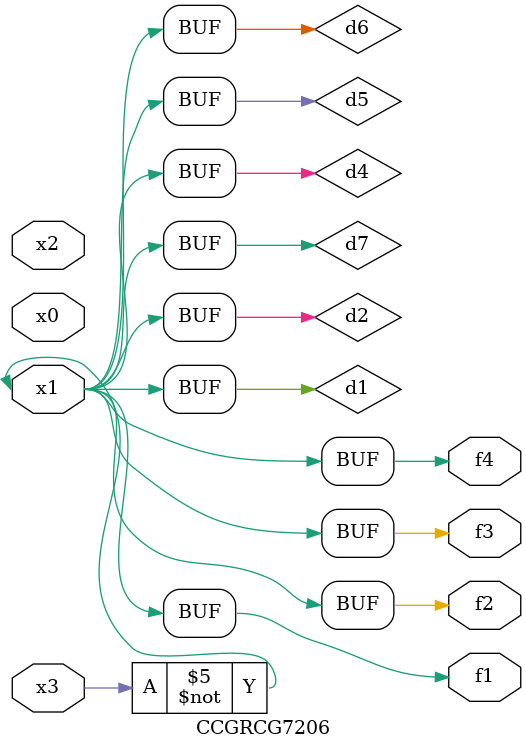
<source format=v>
module CCGRCG7206(
	input x0, x1, x2, x3,
	output f1, f2, f3, f4
);

	wire d1, d2, d3, d4, d5, d6, d7;

	not (d1, x3);
	buf (d2, x1);
	xnor (d3, d1, d2);
	nor (d4, d1);
	buf (d5, d1, d2);
	buf (d6, d4, d5);
	nand (d7, d4);
	assign f1 = d6;
	assign f2 = d7;
	assign f3 = d6;
	assign f4 = d6;
endmodule

</source>
